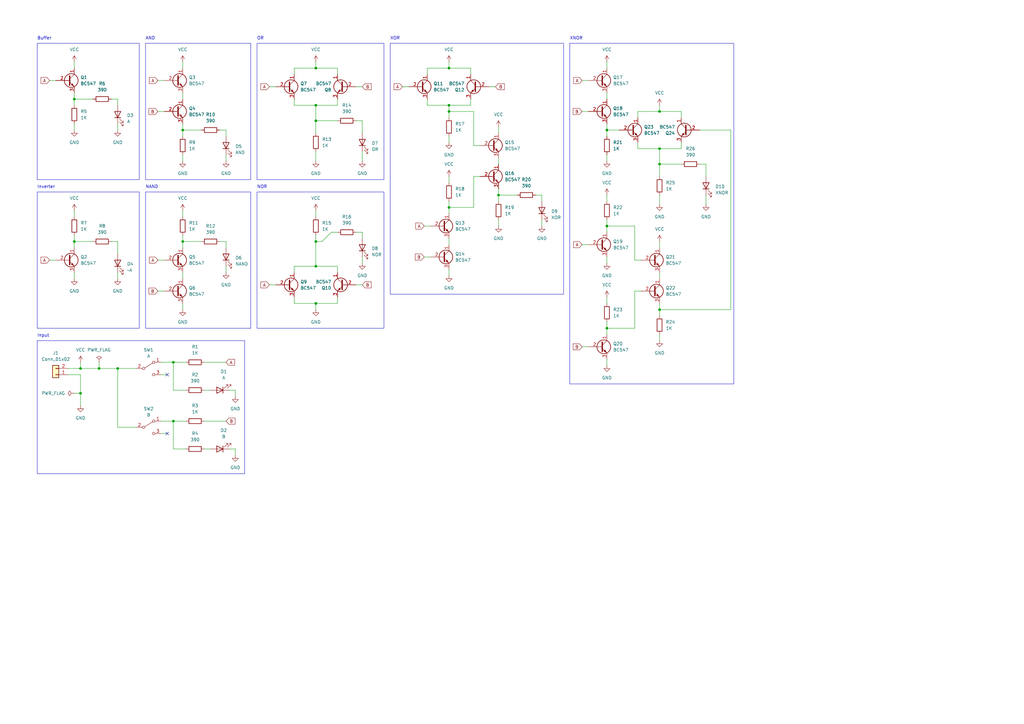
<source format=kicad_sch>
(kicad_sch (version 20230121) (generator eeschema)
  (paper "A3")
  (title_block (title "NPN Gates") (date "2023-10-30") (rev "1") (company "XS-Labs"))
  (lib_symbols
    (symbol "Connector_Generic:Conn_01x02" (pin_names (offset 1.016) hide)
      (property "Reference" "J" (at 0 2.54 0))
      (property "Value" "Conn_01x02" (at 0 -5.08 0))
      (symbol "Conn_01x02_1_1"
        (rectangle (start -1.27 -2.413) (end 0 -2.667) (stroke (width 0.1524)))
        (rectangle (start -1.27 0.127) (end 0 -0.127) (stroke (width 0.1524)))
        (rectangle (start -1.27 1.27) (end 1.27 -3.81) (stroke (width 0.254)) (fill (type background)))
        (pin passive line (at -5.08 0 0) (length 3.81) (name "Pin_1") (number "1"))
        (pin passive line (at -5.08 -2.54 0) (length 3.81) (name "Pin_2") (number "2"))
      )
    )
    (symbol "Device:LED" (pin_numbers hide) (pin_names (offset 1.016) hide)
      (property "Reference" "D" (at 0 2.54 0))
      (property "Value" "LED" (at 0 -2.54 0))
      (symbol "LED_0_1"
        (polyline (pts (xy -1.27 -1.27) (xy -1.27 1.27)) (stroke (width 0.254)))
        (polyline (pts (xy -1.27 0) (xy 1.27 0)))
        (polyline (pts (xy 1.27 -1.27) (xy 1.27 1.27) (xy -1.27 0) (xy 1.27 -1.27)) (stroke (width 0.254)))
        (polyline (pts (xy -3.048 -0.762) (xy -4.572 -2.286) (xy -3.81 -2.286) (xy -4.572 -2.286) (xy -4.572 -1.524)))
        (polyline (pts (xy -1.778 -0.762) (xy -3.302 -2.286) (xy -2.54 -2.286) (xy -3.302 -2.286) (xy -3.302 -1.524)))
      )
      (symbol "LED_1_1"
        (pin passive line (at -3.81 0 0) (length 2.54) (name "K") (number "1"))
        (pin passive line (at 3.81 0 180) (length 2.54) (name "A") (number "2"))
      )
    )
    (symbol "Device:R" (pin_numbers hide) (pin_names (offset 0))
      (property "Reference" "R" (at 2.032 0 90))
      (property "Value" "R" (at 0 0 90))
      (symbol "R_0_1"
        (rectangle (start -1.016 -2.54) (end 1.016 2.54) (stroke (width 0.254)))
      )
      (symbol "R_1_1"
        (pin passive line (at 0 3.81 270) (length 1.27) (name "~") (number "1"))
        (pin passive line (at 0 -3.81 90) (length 1.27) (name "~") (number "2"))
      )
    )
    (symbol "Switch:SW_SPDT" (pin_names (offset 0) hide)
      (property "Reference" "SW" (at 0 4.318 0))
      (property "Value" "SW_SPDT" (at 0 -5.08 0))
      (symbol "SW_SPDT_0_0"
        (circle (center -2.032 0) (radius 0.508))
        (circle (center 2.032 -2.54) (radius 0.508))
      )
      (symbol "SW_SPDT_0_1"
        (polyline (pts (xy -1.524 0.254) (xy 1.651 2.286)))
        (circle (center 2.032 2.54) (radius 0.508))
      )
      (symbol "SW_SPDT_1_1"
        (pin passive line (at 5.08 2.54 180) (length 2.54) (name "A") (number "1"))
        (pin passive line (at -5.08 0 0) (length 2.54) (name "B") (number "2"))
        (pin passive line (at 5.08 -2.54 180) (length 2.54) (name "C") (number "3"))
      )
    )
    (symbol "Transistor_BJT:BC547" (pin_names (offset 0) hide)
      (property "Reference" "Q" (at 5.08 1.905 0))
      (property "Value" "BC547" (at 5.08 0 0))
      (symbol "BC547_0_1"
        (polyline (pts (xy 0 0) (xy 0.635 0)))
        (polyline (pts (xy 0.635 0.635) (xy 2.54 2.54)))
        (polyline (pts (xy 0.635 -0.635) (xy 2.54 -2.54) (xy 2.54 -2.54)))
        (polyline (pts (xy 0.635 1.905) (xy 0.635 -1.905) (xy 0.635 -1.905)) (stroke (width 0.508)))
        (polyline (pts (xy 1.27 -1.778) (xy 1.778 -1.27) (xy 2.286 -2.286) (xy 1.27 -1.778) (xy 1.27 -1.778)) (fill (type outline)))
        (circle (center 1.27 0) (radius 2.8194) (stroke (width 0.254)))
      )
      (symbol "BC547_1_1"
        (pin passive line (at 2.54 5.08 270) (length 2.54) (name "C") (number "1"))
        (pin input line (at -5.08 0 0) (length 5.08) (name "B") (number "2"))
        (pin passive line (at 2.54 -5.08 90) (length 2.54) (name "E") (number "3"))
      )
    )
    (symbol "power:GND" (power) (pin_names (offset 0))
      (property "Value" "GND" (at 0 -3.81 0))
      (symbol "GND_0_1"
        (polyline (pts (xy 0 0) (xy 0 -1.27) (xy 1.27 -1.27) (xy 0 -2.54) (xy -1.27 -1.27) (xy 0 -1.27)))
      )
      (symbol "GND_1_1"
        (pin power_in line (at 0 0 270) (length 0) hide (name "GND") (number "1"))
      )
    )
    (symbol "power:PWR_FLAG" (power) (pin_numbers hide) (pin_names (offset 0) hide)
      (property "Value" "PWR_FLAG" (at 0 3.81 0))
      (symbol "PWR_FLAG_0_0"
        (pin power_out line (at 0 0 90) (length 0) (name "pwr") (number "1"))
      )
      (symbol "PWR_FLAG_0_1"
        (polyline (pts (xy 0 0) (xy 0 1.27) (xy -1.016 1.905) (xy 0 2.54) (xy 1.016 1.905) (xy 0 1.27)))
      )
    )
    (symbol "power:VCC" (power) (pin_names (offset 0))
      (property "Value" "VCC" (at 0 3.81 0))
      (symbol "VCC_0_1"
        (polyline (pts (xy -0.762 1.27) (xy 0 2.54)))
        (polyline (pts (xy 0 0) (xy 0 2.54)))
        (polyline (pts (xy 0 2.54) (xy 0.762 1.27)))
      )
      (symbol "VCC_1_1"
        (pin power_in line (at 0 0 90) (length 0) hide (name "VCC") (number "1"))
      )
    )
  )
  (junction (at 129.54 99.06))
  (junction (at 270.51 127))
  (junction (at 184.15 45.72))
  (junction (at 129.54 43.18))
  (junction (at 204.47 80.01))
  (junction (at 71.12 148.59))
  (junction (at 129.54 49.53))
  (junction (at 270.51 45.72))
  (junction (at 129.54 27.94))
  (junction (at 248.92 92.71))
  (junction (at 74.93 99.06))
  (junction (at 48.26 151.13))
  (junction (at 30.48 99.06))
  (junction (at 184.15 27.94))
  (junction (at 129.54 124.46))
  (junction (at 248.92 53.34))
  (junction (at 30.48 40.64))
  (junction (at 270.51 67.31))
  (junction (at 71.12 172.72))
  (junction (at 248.92 134.62))
  (junction (at 129.54 109.22))
  (junction (at 184.15 85.09))
  (junction (at 33.02 151.13))
  (junction (at 184.15 43.18))
  (junction (at 74.93 53.34))
  (junction (at 33.02 161.29))
  (junction (at 270.51 60.96))
  (junction (at 40.64 151.13))
  (no_connect (at 68.58 177.8))
  (no_connect (at 68.58 153.67))
  (wire (pts (xy 48.26 151.13) (xy 48.26 175.26)))
  (wire (pts (xy 289.56 80.01) (xy 289.56 83.82)))
  (wire (pts (xy 20.32 33.02) (xy 22.86 33.02)))
  (wire (pts (xy 219.71 80.01) (xy 222.25 80.01)))
  (wire (pts (xy 248.92 134.62) (xy 248.92 137.16)))
  (wire (pts (xy 175.26 27.94) (xy 184.15 27.94)))
  (wire (pts (xy 270.51 60.96) (xy 270.51 67.31)))
  (wire (pts (xy 27.94 153.67) (xy 33.02 153.67)))
  (wire (pts (xy 120.65 27.94) (xy 120.65 30.48)))
  (wire (pts (xy 248.92 63.5) (xy 248.92 66.04)))
  (wire (pts (xy 261.62 60.96) (xy 270.51 60.96)))
  (wire (pts (xy 270.51 60.96) (xy 279.4 60.96)))
  (wire (pts (xy 45.72 40.64) (xy 48.26 40.64)))
  (wire (pts (xy 184.15 27.94) (xy 193.04 27.94)))
  (wire (pts (xy 184.15 43.18) (xy 184.15 45.72)))
  (wire (pts (xy 148.59 105.41) (xy 148.59 107.95)))
  (wire (pts (xy 48.26 151.13) (xy 55.88 151.13)))
  (wire (pts (xy 110.49 35.56) (xy 113.03 35.56)))
  (wire (pts (xy 30.48 25.4) (xy 30.48 27.94)))
  (wire (pts (xy 287.02 53.34) (xy 299.72 53.34)))
  (wire (pts (xy 71.12 172.72) (xy 76.2 172.72)))
  (wire (pts (xy 74.93 86.36) (xy 74.93 88.9)))
  (wire (pts (xy 74.93 25.4) (xy 74.93 27.94)))
  (wire (pts (xy 30.48 99.06) (xy 38.1 99.06)))
  (wire (pts (xy 248.92 25.4) (xy 248.92 27.94)))
  (wire (pts (xy 93.98 160.02) (xy 96.52 160.02)))
  (wire (pts (xy 204.47 77.47) (xy 204.47 80.01)))
  (wire (pts (xy 30.48 99.06) (xy 30.48 101.6)))
  (wire (pts (xy 33.02 151.13) (xy 40.64 151.13)))
  (wire (pts (xy 248.92 105.41) (xy 248.92 107.95)))
  (wire (pts (xy 120.65 109.22) (xy 129.54 109.22)))
  (wire (pts (xy 204.47 64.77) (xy 204.47 67.31)))
  (wire (pts (xy 270.51 67.31) (xy 279.4 67.31)))
  (wire (pts (xy 74.93 111.76) (xy 74.93 114.3)))
  (wire (pts (xy 194.31 45.72) (xy 194.31 59.69)))
  (wire (pts (xy 173.99 105.41) (xy 176.53 105.41)))
  (wire (pts (xy 270.51 111.76) (xy 270.51 114.3)))
  (wire (pts (xy 204.47 90.17) (xy 204.47 92.71)))
  (wire (pts (xy 71.12 148.59) (xy 76.2 148.59)))
  (wire (pts (xy 260.35 119.38) (xy 260.35 134.62)))
  (wire (pts (xy 270.51 99.06) (xy 270.51 101.6)))
  (wire (pts (xy 66.04 153.67) (xy 68.58 153.67)))
  (wire (pts (xy 129.54 25.4) (xy 129.54 27.94)))
  (wire (pts (xy 48.26 175.26) (xy 55.88 175.26)))
  (wire (pts (xy 175.26 27.94) (xy 175.26 30.48)))
  (wire (pts (xy 120.65 124.46) (xy 129.54 124.46)))
  (wire (pts (xy 120.65 121.92) (xy 120.65 124.46)))
  (wire (pts (xy 248.92 92.71) (xy 248.92 95.25)))
  (wire (pts (xy 71.12 184.15) (xy 76.2 184.15)))
  (wire (pts (xy 120.65 40.64) (xy 120.65 43.18)))
  (wire (pts (xy 222.25 80.01) (xy 222.25 82.55)))
  (wire (pts (xy 129.54 124.46) (xy 129.54 127)))
  (wire (pts (xy 279.4 58.42) (xy 279.4 60.96)))
  (wire (pts (xy 30.48 96.52) (xy 30.48 99.06)))
  (wire (pts (xy 184.15 25.4) (xy 184.15 27.94)))
  (wire (pts (xy 129.54 99.06) (xy 132.08 99.06)))
  (wire (pts (xy 148.59 49.53) (xy 148.59 54.61)))
  (wire (pts (xy 270.51 45.72) (xy 279.4 45.72)))
  (wire (pts (xy 74.93 53.34) (xy 74.93 55.88)))
  (wire (pts (xy 27.94 151.13) (xy 33.02 151.13)))
  (wire (pts (xy 45.72 99.06) (xy 48.26 99.06)))
  (wire (pts (xy 40.64 151.13) (xy 48.26 151.13)))
  (wire (pts (xy 248.92 80.01) (xy 248.92 82.55)))
  (wire (pts (xy 270.51 124.46) (xy 270.51 127)))
  (wire (pts (xy 222.25 90.17) (xy 222.25 92.71)))
  (wire (pts (xy 261.62 45.72) (xy 261.62 48.26)))
  (wire (pts (xy 184.15 45.72) (xy 184.15 48.26)))
  (wire (pts (xy 184.15 82.55) (xy 184.15 85.09)))
  (wire (pts (xy 184.15 110.49) (xy 184.15 113.03)))
  (wire (pts (xy 74.93 38.1) (xy 74.93 40.64)))
  (wire (pts (xy 204.47 80.01) (xy 212.09 80.01)))
  (wire (pts (xy 120.65 109.22) (xy 120.65 111.76)))
  (wire (pts (xy 33.02 161.29) (xy 33.02 166.37)))
  (wire (pts (xy 287.02 67.31) (xy 289.56 67.31)))
  (wire (pts (xy 30.48 86.36) (xy 30.48 88.9)))
  (wire (pts (xy 74.93 63.5) (xy 74.93 66.04)))
  (wire (pts (xy 248.92 134.62) (xy 260.35 134.62)))
  (wire (pts (xy 40.64 148.59) (xy 40.64 151.13)))
  (wire (pts (xy 110.49 116.84) (xy 113.03 116.84)))
  (wire (pts (xy 248.92 121.92) (xy 248.92 124.46)))
  (wire (pts (xy 173.99 92.71) (xy 176.53 92.71)))
  (wire (pts (xy 92.71 63.5) (xy 92.71 66.04)))
  (wire (pts (xy 184.15 72.39) (xy 184.15 74.93)))
  (wire (pts (xy 92.71 53.34) (xy 92.71 55.88)))
  (wire (pts (xy 261.62 58.42) (xy 261.62 60.96)))
  (wire (pts (xy 64.77 119.38) (xy 67.31 119.38)))
  (wire (pts (xy 64.77 45.72) (xy 67.31 45.72)))
  (wire (pts (xy 129.54 27.94) (xy 138.43 27.94)))
  (wire (pts (xy 200.66 35.56) (xy 203.2 35.56)))
  (wire (pts (xy 64.77 106.68) (xy 67.31 106.68)))
  (wire (pts (xy 146.05 95.25) (xy 148.59 95.25)))
  (wire (pts (xy 129.54 43.18) (xy 138.43 43.18)))
  (wire (pts (xy 261.62 45.72) (xy 270.51 45.72)))
  (wire (pts (xy 184.15 85.09) (xy 194.31 85.09)))
  (wire (pts (xy 248.92 90.17) (xy 248.92 92.71)))
  (wire (pts (xy 270.51 43.18) (xy 270.51 45.72)))
  (wire (pts (xy 83.82 184.15) (xy 86.36 184.15)))
  (wire (pts (xy 146.05 35.56) (xy 148.59 35.56)))
  (wire (pts (xy 138.43 109.22) (xy 138.43 111.76)))
  (wire (pts (xy 74.93 99.06) (xy 74.93 101.6)))
  (wire (pts (xy 204.47 80.01) (xy 204.47 82.55)))
  (wire (pts (xy 248.92 50.8) (xy 248.92 53.34)))
  (wire (pts (xy 238.76 45.72) (xy 241.3 45.72)))
  (wire (pts (xy 194.31 72.39) (xy 194.31 85.09)))
  (wire (pts (xy 90.17 99.06) (xy 92.71 99.06)))
  (wire (pts (xy 30.48 50.8) (xy 30.48 53.34)))
  (wire (pts (xy 146.05 116.84) (xy 148.59 116.84)))
  (wire (pts (xy 175.26 40.64) (xy 175.26 43.18)))
  (wire (pts (xy 20.32 106.68) (xy 22.86 106.68)))
  (wire (pts (xy 138.43 27.94) (xy 138.43 30.48)))
  (wire (pts (xy 184.15 85.09) (xy 184.15 87.63)))
  (wire (pts (xy 83.82 148.59) (xy 92.71 148.59)))
  (wire (pts (xy 30.48 111.76) (xy 30.48 114.3)))
  (wire (pts (xy 30.48 40.64) (xy 30.48 43.18)))
  (wire (pts (xy 92.71 99.06) (xy 92.71 101.6)))
  (wire (pts (xy 248.92 53.34) (xy 248.92 55.88)))
  (wire (pts (xy 33.02 153.67) (xy 33.02 161.29)))
  (wire (pts (xy 248.92 53.34) (xy 254 53.34)))
  (wire (pts (xy 184.15 97.79) (xy 184.15 100.33)))
  (wire (pts (xy 129.54 109.22) (xy 138.43 109.22)))
  (wire (pts (xy 289.56 67.31) (xy 289.56 72.39)))
  (wire (pts (xy 48.26 99.06) (xy 48.26 104.14)))
  (wire (pts (xy 129.54 99.06) (xy 129.54 109.22)))
  (wire (pts (xy 120.65 27.94) (xy 129.54 27.94)))
  (wire (pts (xy 138.43 40.64) (xy 138.43 43.18)))
  (wire (pts (xy 193.04 40.64) (xy 193.04 43.18)))
  (wire (pts (xy 33.02 148.59) (xy 33.02 151.13)))
  (wire (pts (xy 74.93 50.8) (xy 74.93 53.34)))
  (wire (pts (xy 129.54 96.52) (xy 129.54 99.06)))
  (wire (pts (xy 260.35 92.71) (xy 260.35 106.68)))
  (wire (pts (xy 299.72 53.34) (xy 299.72 127)))
  (wire (pts (xy 270.51 137.16) (xy 270.51 139.7)))
  (wire (pts (xy 135.89 95.25) (xy 138.43 95.25)))
  (wire (pts (xy 129.54 124.46) (xy 138.43 124.46)))
  (wire (pts (xy 194.31 72.39) (xy 196.85 72.39)))
  (wire (pts (xy 83.82 172.72) (xy 92.71 172.72)))
  (wire (pts (xy 194.31 59.69) (xy 196.85 59.69)))
  (wire (pts (xy 260.35 119.38) (xy 262.89 119.38)))
  (wire (pts (xy 248.92 38.1) (xy 248.92 40.64)))
  (wire (pts (xy 193.04 27.94) (xy 193.04 30.48)))
  (wire (pts (xy 120.65 43.18) (xy 129.54 43.18)))
  (wire (pts (xy 184.15 43.18) (xy 193.04 43.18)))
  (wire (pts (xy 92.71 109.22) (xy 92.71 111.76)))
  (wire (pts (xy 129.54 49.53) (xy 129.54 54.61)))
  (wire (pts (xy 129.54 49.53) (xy 138.43 49.53)))
  (wire (pts (xy 66.04 172.72) (xy 71.12 172.72)))
  (wire (pts (xy 270.51 127) (xy 270.51 129.54)))
  (wire (pts (xy 30.48 40.64) (xy 38.1 40.64)))
  (wire (pts (xy 71.12 160.02) (xy 76.2 160.02)))
  (wire (pts (xy 175.26 43.18) (xy 184.15 43.18)))
  (wire (pts (xy 74.93 124.46) (xy 74.93 127)))
  (wire (pts (xy 129.54 62.23) (xy 129.54 66.04)))
  (wire (pts (xy 148.59 95.25) (xy 148.59 97.79)))
  (wire (pts (xy 248.92 132.08) (xy 248.92 134.62)))
  (wire (pts (xy 30.48 38.1) (xy 30.48 40.64)))
  (wire (pts (xy 48.26 111.76) (xy 48.26 114.3)))
  (wire (pts (xy 129.54 43.18) (xy 129.54 49.53)))
  (wire (pts (xy 238.76 100.33) (xy 241.3 100.33)))
  (wire (pts (xy 129.54 86.36) (xy 129.54 88.9)))
  (wire (pts (xy 270.51 80.01) (xy 270.51 83.82)))
  (wire (pts (xy 165.1 35.56) (xy 167.64 35.56)))
  (wire (pts (xy 93.98 184.15) (xy 96.52 184.15)))
  (wire (pts (xy 30.48 161.29) (xy 33.02 161.29)))
  (wire (pts (xy 66.04 148.59) (xy 71.12 148.59)))
  (wire (pts (xy 96.52 160.02) (xy 96.52 162.56)))
  (wire (pts (xy 135.89 95.25) (xy 132.08 99.06)))
  (wire (pts (xy 71.12 148.59) (xy 71.12 160.02)))
  (wire (pts (xy 83.82 160.02) (xy 86.36 160.02)))
  (wire (pts (xy 248.92 92.71) (xy 260.35 92.71)))
  (wire (pts (xy 279.4 45.72) (xy 279.4 48.26)))
  (wire (pts (xy 74.93 53.34) (xy 82.55 53.34)))
  (wire (pts (xy 204.47 52.07) (xy 204.47 54.61)))
  (wire (pts (xy 48.26 40.64) (xy 48.26 43.18)))
  (wire (pts (xy 248.92 147.32) (xy 248.92 149.86)))
  (wire (pts (xy 96.52 184.15) (xy 96.52 186.69)))
  (wire (pts (xy 238.76 142.24) (xy 241.3 142.24)))
  (wire (pts (xy 270.51 127) (xy 299.72 127)))
  (wire (pts (xy 184.15 45.72) (xy 194.31 45.72)))
  (wire (pts (xy 260.35 106.68) (xy 262.89 106.68)))
  (wire (pts (xy 238.76 33.02) (xy 241.3 33.02)))
  (wire (pts (xy 74.93 96.52) (xy 74.93 99.06)))
  (wire (pts (xy 66.04 177.8) (xy 68.58 177.8)))
  (wire (pts (xy 146.05 49.53) (xy 148.59 49.53)))
  (wire (pts (xy 64.77 33.02) (xy 67.31 33.02)))
  (wire (pts (xy 138.43 121.92) (xy 138.43 124.46)))
  (wire (pts (xy 74.93 99.06) (xy 82.55 99.06)))
  (wire (pts (xy 184.15 55.88) (xy 184.15 58.42)))
  (wire (pts (xy 90.17 53.34) (xy 92.71 53.34)))
  (wire (pts (xy 148.59 62.23) (xy 148.59 66.04)))
  (wire (pts (xy 270.51 67.31) (xy 270.51 72.39)))
  (wire (pts (xy 71.12 172.72) (xy 71.12 184.15)))
  (wire (pts (xy 48.26 50.8) (xy 48.26 53.34)))
  (rectangle (start 105.41 78.74) (end 157.48 134.62))
  (rectangle (start 105.41 17.78) (end 157.48 73.66))
  (rectangle (start 233.68 17.78) (end 300.99 157.48))
  (rectangle (start 15.24 78.74) (end 57.15 134.62))
  (rectangle (start 15.24 139.7) (end 100.33 194.31))
  (rectangle (start 160.02 17.78) (end 231.14 120.65))
  (rectangle (start 15.24 17.78) (end 57.15 73.66))
  (rectangle (start 59.69 17.78) (end 102.87 73.66))
  (rectangle (start 59.69 78.74) (end 102.87 134.62))
  (text "XNOR" (at 233.68 16.51 0) (effects (font (size 1.27 1.27)) (justify left bottom)))
  (text "Buffer" (at 15.24 16.51 0) (effects (font (size 1.27 1.27)) (justify left bottom)))
  (text "OR" (at 105.41 16.51 0) (effects (font (size 1.27 1.27)) (justify left bottom)))
  (text "XOR" (at 160.02 16.51 0) (effects (font (size 1.27 1.27)) (justify left bottom)))
  (text "NAND" (at 59.69 77.47 0) (effects (font (size 1.27 1.27)) (justify left bottom)))
  (text "Inverter" (at 15.24 77.47 0) (effects (font (size 1.27 1.27)) (justify left bottom)))
  (text "AND" (at 59.69 16.51 0) (effects (font (size 1.27 1.27)) (justify left bottom)))
  (text "NOR" (at 105.41 77.47 0) (effects (font (size 1.27 1.27)) (justify left bottom)))
  (text "Input" (at 15.24 138.43 0) (effects (font (size 1.27 1.27)) (justify left bottom)))
  (global_label "B" (shape input) (at 92.71 172.72 0) (property "Intersheetrefs" "${INTERSHEET_REFS}" (effects hide)))
  (global_label "B" (shape input) (at 64.77 45.72 180) (property "Intersheetrefs" "${INTERSHEET_REFS}" (effects hide)))
  (global_label "A" (shape input) (at 92.71 148.59 0) (property "Intersheetrefs" "${INTERSHEET_REFS}" (effects hide)))
  (global_label "A" (shape input) (at 238.76 33.02 180) (property "Intersheetrefs" "${INTERSHEET_REFS}" (effects hide)))
  (global_label "B" (shape input) (at 64.77 119.38 180) (property "Intersheetrefs" "${INTERSHEET_REFS}" (effects hide)))
  (global_label "A" (shape input) (at 20.32 33.02 180) (property "Intersheetrefs" "${INTERSHEET_REFS}" (effects hide)))
  (global_label "B" (shape input) (at 238.76 142.24 180) (property "Intersheetrefs" "${INTERSHEET_REFS}" (effects hide)))
  (global_label "A" (shape input) (at 110.49 116.84 180) (property "Intersheetrefs" "${INTERSHEET_REFS}" (effects hide)))
  (global_label "B" (shape input) (at 238.76 45.72 180) (property "Intersheetrefs" "${INTERSHEET_REFS}" (effects hide)))
  (global_label "B" (shape input) (at 173.99 105.41 180) (property "Intersheetrefs" "${INTERSHEET_REFS}" (effects hide)))
  (global_label "B" (shape input) (at 148.59 35.56 0) (property "Intersheetrefs" "${INTERSHEET_REFS}" (effects hide)))
  (global_label "A" (shape input) (at 173.99 92.71 180) (property "Intersheetrefs" "${INTERSHEET_REFS}" (effects hide)))
  (global_label "B" (shape input) (at 148.59 116.84 0) (property "Intersheetrefs" "${INTERSHEET_REFS}" (effects hide)))
  (global_label "A" (shape input) (at 20.32 106.68 180) (property "Intersheetrefs" "${INTERSHEET_REFS}" (effects hide)))
  (global_label "A" (shape input) (at 110.49 35.56 180) (property "Intersheetrefs" "${INTERSHEET_REFS}" (effects hide)))
  (global_label "A" (shape input) (at 165.1 35.56 180) (property "Intersheetrefs" "${INTERSHEET_REFS}" (effects hide)))
  (global_label "B" (shape input) (at 203.2 35.56 0) (property "Intersheetrefs" "${INTERSHEET_REFS}" (effects hide)))
  (global_label "A" (shape input) (at 238.76 100.33 180) (property "Intersheetrefs" "${INTERSHEET_REFS}" (effects hide)))
  (global_label "A" (shape input) (at 64.77 33.02 180) (property "Intersheetrefs" "${INTERSHEET_REFS}" (effects hide)))
  (global_label "A" (shape input) (at 64.77 106.68 180) (property "Intersheetrefs" "${INTERSHEET_REFS}" (effects hide)))
  (symbol (lib_id "power:VCC") (at 270.51 99.06 0) (unit 1)
    (property "Reference" "#PWR036" (effects hide))
    (property "Value" "VCC" (at 270.51 93.98 0))
  )
  (symbol (lib_id "Device:R") (at 41.91 99.06 270) (unit 1)
    (property "Reference" "R8" (at 41.91 92.71 90))
    (property "Value" "390" (at 41.91 95.25 90))
    (property "Footprint" "XS:Resistor-Vishay-CCF07" (effects hide))
  )
  (symbol (lib_id "power:GND") (at 74.93 127 0) (unit 1)
    (property "Reference" "#PWR015" (effects hide))
    (property "Value" "GND" (at 74.93 132.08 0))
  )
  (symbol (lib_id "Transistor_BJT:BC547") (at 246.38 100.33 0) (unit 1)
    (property "Reference" "Q19" (at 251.46 99.06 0) (effects (justify left)))
    (property "Value" "BC547" (at 251.46 101.6 0) (effects (justify left)))
    (property "Footprint" "XS:Transistor-NPN-TO-92-Line-Spacing-Lead-Form" (effects hide))
    (property "Datasheet" "https://www.onsemi.com/pub/Collateral/BC550-D.pdf" (effects hide))
  )
  (symbol (lib_id "power:VCC") (at 184.15 25.4 0) (unit 1)
    (property "Reference" "#PWR023" (effects hide))
    (property "Value" "VCC" (at 184.15 20.32 0))
  )
  (symbol (lib_id "Device:R") (at 204.47 86.36 0) (unit 1)
    (property "Reference" "R19" (at 207.01 85.09 0) (effects (justify left)))
    (property "Value" "1K" (at 207.01 87.63 0) (effects (justify left)))
    (property "Footprint" "XS:Resistor-Vishay-CCF07" (effects hide))
  )
  (symbol (lib_id "power:VCC") (at 270.51 43.18 0) (unit 1)
    (property "Reference" "#PWR038" (effects hide))
    (property "Value" "VCC" (at 270.51 38.1 0))
  )
  (symbol (lib_id "Device:R") (at 215.9 80.01 270) (unit 1)
    (property "Reference" "R20" (at 215.9 73.66 90))
    (property "Value" "390" (at 215.9 76.2 90))
    (property "Footprint" "XS:Resistor-Vishay-CCF07" (effects hide))
  )
  (symbol (lib_id "Transistor_BJT:BC547") (at 181.61 105.41 0) (unit 1)
    (property "Reference" "Q14" (at 186.69 104.14 0) (effects (justify left)))
    (property "Value" "BC547" (at 186.69 106.68 0) (effects (justify left)))
    (property "Footprint" "XS:Transistor-NPN-TO-92-Line-Spacing-Lead-Form" (effects hide))
    (property "Datasheet" "https://www.onsemi.com/pub/Collateral/BC550-D.pdf" (effects hide))
  )
  (symbol (lib_id "Transistor_BJT:BC547") (at 246.38 142.24 0) (unit 1)
    (property "Reference" "Q20" (at 251.46 140.97 0) (effects (justify left)))
    (property "Value" "BC547" (at 251.46 143.51 0) (effects (justify left)))
    (property "Footprint" "XS:Transistor-NPN-TO-92-Line-Spacing-Lead-Form" (effects hide))
    (property "Datasheet" "https://www.onsemi.com/pub/Collateral/BC550-D.pdf" (effects hide))
  )
  (symbol (lib_id "Device:LED") (at 48.26 107.95 90) (unit 1)
    (property "Reference" "D4" (at 52.07 108.2675 90) (effects (justify right)))
    (property "Value" "~A" (at 52.07 110.8075 90) (effects (justify right)))
    (property "Footprint" "XS:LED-T1-34-5mm" (effects hide))
  )
  (symbol (lib_id "Transistor_BJT:BC547") (at 267.97 119.38 0) (unit 1)
    (property "Reference" "Q22" (at 273.05 118.11 0) (effects (justify left)))
    (property "Value" "BC547" (at 273.05 120.65 0) (effects (justify left)))
    (property "Footprint" "XS:Transistor-NPN-TO-92-Line-Spacing-Lead-Form" (effects hide))
    (property "Datasheet" "https://www.onsemi.com/pub/Collateral/BC550-D.pdf" (effects hide))
  )
  (symbol (lib_id "Device:LED") (at 92.71 59.69 90) (unit 1)
    (property "Reference" "D5" (at 96.52 60.0075 90) (effects (justify right)))
    (property "Value" "AND" (at 96.52 62.5475 90) (effects (justify right)))
    (property "Footprint" "XS:LED-T1-34-5mm" (effects hide))
  )
  (symbol (lib_id "power:VCC") (at 30.48 86.36 0) (unit 1)
    (property "Reference" "#PWR08" (effects hide))
    (property "Value" "VCC" (at 30.48 81.28 0))
  )
  (symbol (lib_id "power:GND") (at 270.51 83.82 0) (unit 1)
    (property "Reference" "#PWR039" (effects hide))
    (property "Value" "GND" (at 270.51 88.9 0))
  )
  (symbol (lib_id "power:VCC") (at 33.02 148.59 0) (unit 1)
    (property "Reference" "#PWR02" (effects hide))
    (property "Value" "VCC" (at 33.02 143.51 0))
  )
  (symbol (lib_id "Transistor_BJT:BC547") (at 172.72 35.56 0) (unit 1)
    (property "Reference" "Q11" (at 177.8 34.29 0) (effects (justify left)))
    (property "Value" "BC547" (at 177.8 36.83 0) (effects (justify left)))
    (property "Footprint" "XS:Transistor-NPN-TO-92-Line-Spacing-Lead-Form" (effects hide))
    (property "Datasheet" "https://www.onsemi.com/pub/Collateral/BC550-D.pdf" (effects hide))
  )
  (symbol (lib_id "Device:R") (at 184.15 52.07 0) (unit 1)
    (property "Reference" "R17" (at 186.69 50.8 0) (effects (justify left)))
    (property "Value" "1K" (at 186.69 53.34 0) (effects (justify left)))
    (property "Footprint" "XS:Resistor-Vishay-CCF07" (effects hide))
  )
  (symbol (lib_id "Transistor_BJT:BC547") (at 140.97 35.56 0) (mirror y) (unit 1)
    (property "Reference" "Q8" (at 135.89 36.83 0) (effects (justify left)))
    (property "Value" "BC547" (at 135.89 34.29 0) (effects (justify left)))
    (property "Footprint" "XS:Transistor-NPN-TO-92-Line-Spacing-Lead-Form" (effects hide))
    (property "Datasheet" "https://www.onsemi.com/pub/Collateral/BC550-D.pdf" (effects hide))
  )
  (symbol (lib_id "Device:R") (at 270.51 76.2 0) (unit 1)
    (property "Reference" "R25" (at 273.05 74.93 0) (effects (justify left)))
    (property "Value" "1K" (at 273.05 77.47 0) (effects (justify left)))
    (property "Footprint" "XS:Resistor-Vishay-CCF07" (effects hide))
  )
  (symbol (lib_id "Transistor_BJT:BC547") (at 27.94 106.68 0) (unit 1)
    (property "Reference" "Q2" (at 33.02 105.41 0) (effects (justify left)))
    (property "Value" "BC547" (at 33.02 107.95 0) (effects (justify left)))
    (property "Footprint" "XS:Transistor-NPN-TO-92-Line-Spacing-Lead-Form" (effects hide))
    (property "Datasheet" "https://www.onsemi.com/pub/Collateral/BC550-D.pdf" (effects hide))
  )
  (symbol (lib_id "Device:R") (at 86.36 99.06 270) (unit 1)
    (property "Reference" "R12" (at 86.36 92.71 90))
    (property "Value" "390" (at 86.36 95.25 90))
    (property "Footprint" "XS:Resistor-Vishay-CCF07" (effects hide))
  )
  (symbol (lib_id "Device:R") (at 80.01 148.59 90) (unit 1)
    (property "Reference" "R1" (at 80.01 142.24 90))
    (property "Value" "1K" (at 80.01 144.78 90))
    (property "Footprint" "XS:Resistor-Vishay-CCF07" (effects hide))
  )
  (symbol (lib_id "power:GND") (at 270.51 139.7 0) (unit 1)
    (property "Reference" "#PWR037" (effects hide))
    (property "Value" "GND" (at 270.51 144.78 0))
  )
  (symbol (lib_id "Transistor_BJT:BC547") (at 267.97 106.68 0) (unit 1)
    (property "Reference" "Q21" (at 273.05 105.41 0) (effects (justify left)))
    (property "Value" "BC547" (at 273.05 107.95 0) (effects (justify left)))
    (property "Footprint" "XS:Transistor-NPN-TO-92-Line-Spacing-Lead-Form" (effects hide))
    (property "Datasheet" "https://www.onsemi.com/pub/Collateral/BC550-D.pdf" (effects hide))
  )
  (symbol (lib_id "power:GND") (at 33.02 166.37 0) (unit 1)
    (property "Reference" "#PWR01" (effects hide))
    (property "Value" "GND" (at 33.02 171.45 0))
  )
  (symbol (lib_id "Device:R") (at 248.92 59.69 0) (unit 1)
    (property "Reference" "R21" (at 251.46 58.42 0) (effects (justify left)))
    (property "Value" "1K" (at 251.46 60.96 0) (effects (justify left)))
    (property "Footprint" "XS:Resistor-Vishay-CCF07" (effects hide))
  )
  (symbol (lib_id "power:GND") (at 204.47 92.71 0) (unit 1)
    (property "Reference" "#PWR028" (effects hide))
    (property "Value" "GND" (at 204.47 97.79 0))
  )
  (symbol (lib_id "power:GND") (at 129.54 127 0) (unit 1)
    (property "Reference" "#PWR021" (effects hide))
    (property "Value" "GND" (at 129.54 132.08 0))
  )
  (symbol (lib_id "Transistor_BJT:BC547") (at 201.93 72.39 0) (unit 1)
    (property "Reference" "Q16" (at 207.01 71.12 0) (effects (justify left)))
    (property "Value" "BC547" (at 207.01 73.66 0) (effects (justify left)))
    (property "Footprint" "XS:Transistor-NPN-TO-92-Line-Spacing-Lead-Form" (effects hide))
    (property "Datasheet" "https://www.onsemi.com/pub/Collateral/BC550-D.pdf" (effects hide))
  )
  (symbol (lib_id "Device:LED") (at 148.59 58.42 90) (unit 1)
    (property "Reference" "D7" (at 152.4 58.7375 90) (effects (justify right)))
    (property "Value" "OR" (at 152.4 61.2775 90) (effects (justify right)))
    (property "Footprint" "XS:LED-T1-34-5mm" (effects hide))
  )
  (symbol (lib_id "Device:R") (at 41.91 40.64 270) (unit 1)
    (property "Reference" "R6" (at 41.91 34.29 90))
    (property "Value" "390" (at 41.91 36.83 90))
    (property "Footprint" "XS:Resistor-Vishay-CCF07" (effects hide))
  )
  (symbol (lib_id "power:GND") (at 184.15 58.42 0) (unit 1)
    (property "Reference" "#PWR024" (effects hide))
    (property "Value" "GND" (at 184.15 63.5 0))
  )
  (symbol (lib_id "power:VCC") (at 74.93 25.4 0) (unit 1)
    (property "Reference" "#PWR011" (effects hide))
    (property "Value" "VCC" (at 74.93 20.32 0))
  )
  (symbol (lib_id "Device:R") (at 30.48 92.71 0) (unit 1)
    (property "Reference" "R7" (at 33.02 91.44 0) (effects (justify left)))
    (property "Value" "1K" (at 33.02 93.98 0) (effects (justify left)))
    (property "Footprint" "XS:Resistor-Vishay-CCF07" (effects hide))
  )
  (symbol (lib_id "Transistor_BJT:BC547") (at 181.61 92.71 0) (unit 1)
    (property "Reference" "Q13" (at 186.69 91.44 0) (effects (justify left)))
    (property "Value" "BC547" (at 186.69 93.98 0) (effects (justify left)))
    (property "Footprint" "XS:Transistor-NPN-TO-92-Line-Spacing-Lead-Form" (effects hide))
    (property "Datasheet" "https://www.onsemi.com/pub/Collateral/BC550-D.pdf" (effects hide))
  )
  (symbol (lib_id "Device:LED") (at 92.71 105.41 90) (unit 1)
    (property "Reference" "D6" (at 96.52 105.7275 90) (effects (justify right)))
    (property "Value" "NAND" (at 96.52 108.2675 90) (effects (justify right)))
    (property "Footprint" "XS:LED-T1-34-5mm" (effects hide))
  )
  (symbol (lib_id "power:VCC") (at 248.92 121.92 0) (unit 1)
    (property "Reference" "#PWR034" (effects hide))
    (property "Value" "VCC" (at 248.92 116.84 0))
  )
  (symbol (lib_id "Transistor_BJT:BC547") (at 118.11 35.56 0) (unit 1)
    (property "Reference" "Q7" (at 123.19 34.29 0) (effects (justify left)))
    (property "Value" "BC547" (at 123.19 36.83 0) (effects (justify left)))
    (property "Footprint" "XS:Transistor-NPN-TO-92-Line-Spacing-Lead-Form" (effects hide))
    (property "Datasheet" "https://www.onsemi.com/pub/Collateral/BC550-D.pdf" (effects hide))
  )
  (symbol (lib_id "Transistor_BJT:BC547") (at 118.11 116.84 0) (unit 1)
    (property "Reference" "Q9" (at 123.19 115.57 0) (effects (justify left)))
    (property "Value" "BC547" (at 123.19 118.11 0) (effects (justify left)))
    (property "Footprint" "XS:Transistor-NPN-TO-92-Line-Spacing-Lead-Form" (effects hide))
    (property "Datasheet" "https://www.onsemi.com/pub/Collateral/BC550-D.pdf" (effects hide))
  )
  (symbol (lib_id "power:VCC") (at 248.92 80.01 0) (unit 1)
    (property "Reference" "#PWR032" (effects hide))
    (property "Value" "VCC" (at 248.92 74.93 0))
  )
  (symbol (lib_id "power:GND") (at 48.26 53.34 0) (unit 1)
    (property "Reference" "#PWR07" (effects hide))
    (property "Value" "GND" (at 48.26 58.42 0))
  )
  (symbol (lib_id "power:GND") (at 148.59 66.04 0) (unit 1)
    (property "Reference" "#PWR019" (effects hide))
    (property "Value" "GND" (at 148.59 71.12 0))
  )
  (symbol (lib_id "Device:R") (at 142.24 49.53 270) (unit 1)
    (property "Reference" "R14" (at 142.24 43.18 90))
    (property "Value" "390" (at 142.24 45.72 90))
    (property "Footprint" "XS:Resistor-Vishay-CCF07" (effects hide))
  )
  (symbol (lib_id "Transistor_BJT:BC547") (at 72.39 33.02 0) (unit 1)
    (property "Reference" "Q3" (at 77.47 31.75 0) (effects (justify left)))
    (property "Value" "BC547" (at 77.47 34.29 0) (effects (justify left)))
    (property "Footprint" "XS:Transistor-NPN-TO-92-Line-Spacing-Lead-Form" (effects hide))
    (property "Datasheet" "https://www.onsemi.com/pub/Collateral/BC550-D.pdf" (effects hide))
  )
  (symbol (lib_id "power:VCC") (at 129.54 25.4 0) (unit 1)
    (property "Reference" "#PWR017" (effects hide))
    (property "Value" "VCC" (at 129.54 20.32 0))
  )
  (symbol (lib_id "Transistor_BJT:BC547") (at 72.39 45.72 0) (unit 1)
    (property "Reference" "Q4" (at 77.47 44.45 0) (effects (justify left)))
    (property "Value" "BC547" (at 77.47 46.99 0) (effects (justify left)))
    (property "Footprint" "XS:Transistor-NPN-TO-92-Line-Spacing-Lead-Form" (effects hide))
    (property "Datasheet" "https://www.onsemi.com/pub/Collateral/BC550-D.pdf" (effects hide))
  )
  (symbol (lib_id "Device:R") (at 86.36 53.34 270) (unit 1)
    (property "Reference" "R10" (at 86.36 46.99 90))
    (property "Value" "390" (at 86.36 49.53 90))
    (property "Footprint" "XS:Resistor-Vishay-CCF07" (effects hide))
  )
  (symbol (lib_id "Device:LED") (at 148.59 101.6 90) (unit 1)
    (property "Reference" "D8" (at 152.4 101.9175 90) (effects (justify right)))
    (property "Value" "NOR" (at 152.4 104.4575 90) (effects (justify right)))
    (property "Footprint" "XS:LED-T1-34-5mm" (effects hide))
  )
  (symbol (lib_id "power:PWR_FLAG") (at 30.48 161.29 90) (unit 1)
    (property "Reference" "#FLG02" (effects hide))
    (property "Value" "PWR_FLAG" (at 26.67 161.29 90) (effects (justify left)))
  )
  (symbol (lib_id "power:GND") (at 222.25 92.71 0) (unit 1)
    (property "Reference" "#PWR029" (effects hide))
    (property "Value" "GND" (at 222.25 97.79 0))
  )
  (symbol (lib_id "power:VCC") (at 204.47 52.07 0) (unit 1)
    (property "Reference" "#PWR027" (effects hide))
    (property "Value" "VCC" (at 204.47 46.99 0))
  )
  (symbol (lib_id "Device:R") (at 142.24 95.25 270) (unit 1)
    (property "Reference" "R16" (at 142.24 88.9 90))
    (property "Value" "390" (at 142.24 91.44 90))
    (property "Footprint" "XS:Resistor-Vishay-CCF07" (effects hide))
  )
  (symbol (lib_id "power:GND") (at 96.52 162.56 0) (unit 1)
    (property "Reference" "#PWR03" (effects hide))
    (property "Value" "GND" (at 96.52 167.64 0))
  )
  (symbol (lib_id "power:VCC") (at 184.15 72.39 0) (unit 1)
    (property "Reference" "#PWR025" (effects hide))
    (property "Value" "VCC" (at 184.15 67.31 0))
  )
  (symbol (lib_id "Transistor_BJT:BC547") (at 140.97 116.84 0) (mirror y) (unit 1)
    (property "Reference" "Q10" (at 135.89 118.11 0) (effects (justify left)))
    (property "Value" "BC547" (at 135.89 115.57 0) (effects (justify left)))
    (property "Footprint" "XS:Transistor-NPN-TO-92-Line-Spacing-Lead-Form" (effects hide))
    (property "Datasheet" "https://www.onsemi.com/pub/Collateral/BC550-D.pdf" (effects hide))
  )
  (symbol (lib_id "power:VCC") (at 129.54 86.36 0) (unit 1)
    (property "Reference" "#PWR020" (effects hide))
    (property "Value" "VCC" (at 129.54 81.28 0))
  )
  (symbol (lib_id "Device:R") (at 80.01 172.72 90) (unit 1)
    (property "Reference" "R3" (at 80.01 166.37 90))
    (property "Value" "1K" (at 80.01 168.91 90))
    (property "Footprint" "XS:Resistor-Vishay-CCF07" (effects hide))
  )
  (symbol (lib_id "Device:LED") (at 289.56 76.2 90) (unit 1)
    (property "Reference" "D10" (at 293.37 76.5175 90) (effects (justify right)))
    (property "Value" "XNOR" (at 293.37 79.0575 90) (effects (justify right)))
    (property "Footprint" "XS:LED-T1-34-5mm" (effects hide))
  )
  (symbol (lib_id "power:VCC") (at 74.93 86.36 0) (unit 1)
    (property "Reference" "#PWR014" (effects hide))
    (property "Value" "VCC" (at 74.93 81.28 0))
  )
  (symbol (lib_id "Device:R") (at 248.92 86.36 0) (unit 1)
    (property "Reference" "R22" (at 251.46 85.09 0) (effects (justify left)))
    (property "Value" "1K" (at 251.46 87.63 0) (effects (justify left)))
    (property "Footprint" "XS:Resistor-Vishay-CCF07" (effects hide))
  )
  (symbol (lib_id "Device:LED") (at 90.17 160.02 180) (unit 1)
    (property "Reference" "D1" (at 91.7575 152.4 0))
    (property "Value" "A" (at 91.7575 154.94 0))
    (property "Footprint" "XS:LED-T1-34-5mm" (effects hide))
  )
  (symbol (lib_id "Connector_Generic:Conn_01x02") (at 22.86 153.67 180) (unit 1)
    (property "Reference" "J1" (at 22.86 144.78 0))
    (property "Value" "Conn_01x02" (at 22.86 147.32 0))
    (property "Footprint" "XS:Connector-Wurth-Terminal-Block-2P-3.5mm-691214110002" (effects hide))
  )
  (symbol (lib_id "Device:R") (at 80.01 160.02 90) (unit 1)
    (property "Reference" "R2" (at 80.01 153.67 90))
    (property "Value" "390" (at 80.01 156.21 90))
    (property "Footprint" "XS:Resistor-Vishay-CCF07" (effects hide))
  )
  (symbol (lib_id "power:GND") (at 129.54 66.04 0) (unit 1)
    (property "Reference" "#PWR018" (effects hide))
    (property "Value" "GND" (at 129.54 71.12 0))
  )
  (symbol (lib_id "Device:LED") (at 90.17 184.15 180) (unit 1)
    (property "Reference" "D2" (at 91.7575 176.53 0))
    (property "Value" "B" (at 91.7575 179.07 0))
    (property "Footprint" "XS:LED-T1-34-5mm" (effects hide))
  )
  (symbol (lib_id "power:GND") (at 30.48 114.3 0) (unit 1)
    (property "Reference" "#PWR09" (effects hide))
    (property "Value" "GND" (at 30.48 119.38 0))
  )
  (symbol (lib_id "Device:R") (at 30.48 46.99 0) (unit 1)
    (property "Reference" "R5" (at 33.02 45.72 0) (effects (justify left)))
    (property "Value" "1K" (at 33.02 48.26 0) (effects (justify left)))
    (property "Footprint" "XS:Resistor-Vishay-CCF07" (effects hide))
  )
  (symbol (lib_id "Transistor_BJT:BC547") (at 259.08 53.34 0) (unit 1)
    (property "Reference" "Q23" (at 264.16 52.07 0) (effects (justify left)))
    (property "Value" "BC547" (at 264.16 54.61 0) (effects (justify left)))
    (property "Footprint" "XS:Transistor-NPN-TO-92-Line-Spacing-Lead-Form" (effects hide))
    (property "Datasheet" "https://www.onsemi.com/pub/Collateral/BC550-D.pdf" (effects hide))
  )
  (symbol (lib_id "Device:R") (at 129.54 58.42 0) (unit 1)
    (property "Reference" "R13" (at 132.08 57.15 0) (effects (justify left)))
    (property "Value" "1K" (at 132.08 59.69 0) (effects (justify left)))
    (property "Footprint" "XS:Resistor-Vishay-CCF07" (effects hide))
  )
  (symbol (lib_id "power:GND") (at 30.48 53.34 0) (unit 1)
    (property "Reference" "#PWR06" (effects hide))
    (property "Value" "GND" (at 30.48 58.42 0))
  )
  (symbol (lib_id "Transistor_BJT:BC547") (at 72.39 106.68 0) (unit 1)
    (property "Reference" "Q5" (at 77.47 105.41 0) (effects (justify left)))
    (property "Value" "BC547" (at 77.47 107.95 0) (effects (justify left)))
    (property "Footprint" "XS:Transistor-NPN-TO-92-Line-Spacing-Lead-Form" (effects hide))
    (property "Datasheet" "https://www.onsemi.com/pub/Collateral/BC550-D.pdf" (effects hide))
  )
  (symbol (lib_id "Switch:SW_SPDT") (at 60.96 175.26 0) (unit 1)
    (property "Reference" "SW2" (at 60.96 167.64 0))
    (property "Value" "B" (at 60.96 170.18 0))
    (property "Footprint" "XS:Switch-SPDT-NKK-Series-M" (effects hide))
  )
  (symbol (lib_id "Device:LED") (at 222.25 86.36 90) (unit 1)
    (property "Reference" "D9" (at 226.06 86.6775 90) (effects (justify right)))
    (property "Value" "XOR" (at 226.06 89.2175 90) (effects (justify right)))
    (property "Footprint" "XS:LED-T1-34-5mm" (effects hide))
  )
  (symbol (lib_id "Device:R") (at 74.93 59.69 0) (unit 1)
    (property "Reference" "R9" (at 77.47 58.42 0) (effects (justify left)))
    (property "Value" "1K" (at 77.47 60.96 0) (effects (justify left)))
    (property "Footprint" "XS:Resistor-Vishay-CCF07" (effects hide))
  )
  (symbol (lib_id "Device:R") (at 129.54 92.71 0) (unit 1)
    (property "Reference" "R15" (at 132.08 91.44 0) (effects (justify left)))
    (property "Value" "1K" (at 132.08 93.98 0) (effects (justify left)))
    (property "Footprint" "XS:Resistor-Vishay-CCF07" (effects hide))
  )
  (symbol (lib_id "Transistor_BJT:BC547") (at 195.58 35.56 0) (mirror y) (unit 1)
    (property "Reference" "Q12" (at 190.5 36.83 0) (effects (justify left)))
    (property "Value" "BC547" (at 190.5 34.29 0) (effects (justify left)))
    (property "Footprint" "XS:Transistor-NPN-TO-92-Line-Spacing-Lead-Form" (effects hide))
    (property "Datasheet" "https://www.onsemi.com/pub/Collateral/BC550-D.pdf" (effects hide))
  )
  (symbol (lib_id "power:VCC") (at 30.48 25.4 0) (unit 1)
    (property "Reference" "#PWR05" (effects hide))
    (property "Value" "VCC" (at 30.48 20.32 0))
  )
  (symbol (lib_id "Device:R") (at 184.15 78.74 0) (unit 1)
    (property "Reference" "R18" (at 186.69 77.47 0) (effects (justify left)))
    (property "Value" "1K" (at 186.69 80.01 0) (effects (justify left)))
    (property "Footprint" "XS:Resistor-Vishay-CCF07" (effects hide))
  )
  (symbol (lib_id "Transistor_BJT:BC547") (at 246.38 33.02 0) (unit 1)
    (property "Reference" "Q17" (at 251.46 31.75 0) (effects (justify left)))
    (property "Value" "BC547" (at 251.46 34.29 0) (effects (justify left)))
    (property "Footprint" "XS:Transistor-NPN-TO-92-Line-Spacing-Lead-Form" (effects hide))
    (property "Datasheet" "https://www.onsemi.com/pub/Collateral/BC550-D.pdf" (effects hide))
  )
  (symbol (lib_id "Device:R") (at 74.93 92.71 0) (unit 1)
    (property "Reference" "R11" (at 77.47 91.44 0) (effects (justify left)))
    (property "Value" "1K" (at 77.47 93.98 0) (effects (justify left)))
    (property "Footprint" "XS:Resistor-Vishay-CCF07" (effects hide))
  )
  (symbol (lib_id "Device:R") (at 283.21 67.31 270) (unit 1)
    (property "Reference" "R26" (at 283.21 60.96 90))
    (property "Value" "390" (at 283.21 63.5 90))
    (property "Footprint" "XS:Resistor-Vishay-CCF07" (effects hide))
  )
  (symbol (lib_id "Device:R") (at 270.51 133.35 0) (unit 1)
    (property "Reference" "R24" (at 273.05 132.08 0) (effects (justify left)))
    (property "Value" "1K" (at 273.05 134.62 0) (effects (justify left)))
    (property "Footprint" "XS:Resistor-Vishay-CCF07" (effects hide))
  )
  (symbol (lib_id "power:GND") (at 48.26 114.3 0) (unit 1)
    (property "Reference" "#PWR010" (effects hide))
    (property "Value" "GND" (at 48.26 119.38 0))
  )
  (symbol (lib_id "Transistor_BJT:BC547") (at 27.94 33.02 0) (unit 1)
    (property "Reference" "Q1" (at 33.02 31.75 0) (effects (justify left)))
    (property "Value" "BC547" (at 33.02 34.29 0) (effects (justify left)))
    (property "Footprint" "XS:Transistor-NPN-TO-92-Line-Spacing-Lead-Form" (effects hide))
    (property "Datasheet" "https://www.onsemi.com/pub/Collateral/BC550-D.pdf" (effects hide))
  )
  (symbol (lib_id "power:GND") (at 92.71 66.04 0) (unit 1)
    (property "Reference" "#PWR013" (effects hide))
    (property "Value" "GND" (at 92.71 71.12 0))
  )
  (symbol (lib_id "power:PWR_FLAG") (at 40.64 148.59 0) (unit 1)
    (property "Reference" "#FLG01" (effects hide))
    (property "Value" "PWR_FLAG" (at 40.64 143.51 0))
  )
  (symbol (lib_id "Transistor_BJT:BC547") (at 281.94 53.34 0) (mirror y) (unit 1)
    (property "Reference" "Q24" (at 276.86 54.61 0) (effects (justify left)))
    (property "Value" "BC547" (at 276.86 52.07 0) (effects (justify left)))
    (property "Footprint" "XS:Transistor-NPN-TO-92-Line-Spacing-Lead-Form" (effects hide))
    (property "Datasheet" "https://www.onsemi.com/pub/Collateral/BC550-D.pdf" (effects hide))
  )
  (symbol (lib_id "power:GND") (at 96.52 186.69 0) (unit 1)
    (property "Reference" "#PWR04" (effects hide))
    (property "Value" "GND" (at 96.52 191.77 0))
  )
  (symbol (lib_id "power:VCC") (at 248.92 25.4 0) (unit 1)
    (property "Reference" "#PWR030" (effects hide))
    (property "Value" "VCC" (at 248.92 20.32 0))
  )
  (symbol (lib_id "Transistor_BJT:BC547") (at 201.93 59.69 0) (unit 1)
    (property "Reference" "Q15" (at 207.01 58.42 0) (effects (justify left)))
    (property "Value" "BC547" (at 207.01 60.96 0) (effects (justify left)))
    (property "Footprint" "XS:Transistor-NPN-TO-92-Line-Spacing-Lead-Form" (effects hide))
    (property "Datasheet" "https://www.onsemi.com/pub/Collateral/BC550-D.pdf" (effects hide))
  )
  (symbol (lib_id "power:GND") (at 148.59 107.95 0) (unit 1)
    (property "Reference" "#PWR022" (effects hide))
    (property "Value" "GND" (at 148.59 113.03 0))
  )
  (symbol (lib_id "Transistor_BJT:BC547") (at 72.39 119.38 0) (unit 1)
    (property "Reference" "Q6" (at 77.47 118.11 0) (effects (justify left)))
    (property "Value" "BC547" (at 77.47 120.65 0) (effects (justify left)))
    (property "Footprint" "XS:Transistor-NPN-TO-92-Line-Spacing-Lead-Form" (effects hide))
    (property "Datasheet" "https://www.onsemi.com/pub/Collateral/BC550-D.pdf" (effects hide))
  )
  (symbol (lib_id "Transistor_BJT:BC547") (at 246.38 45.72 0) (unit 1)
    (property "Reference" "Q18" (at 251.46 44.45 0) (effects (justify left)))
    (property "Value" "BC547" (at 251.46 46.99 0) (effects (justify left)))
    (property "Footprint" "XS:Transistor-NPN-TO-92-Line-Spacing-Lead-Form" (effects hide))
    (property "Datasheet" "https://www.onsemi.com/pub/Collateral/BC550-D.pdf" (effects hide))
  )
  (symbol (lib_id "power:GND") (at 184.15 113.03 0) (unit 1)
    (property "Reference" "#PWR026" (effects hide))
    (property "Value" "GND" (at 184.15 118.11 0))
  )
  (symbol (lib_id "power:GND") (at 248.92 107.95 0) (unit 1)
    (property "Reference" "#PWR033" (effects hide))
    (property "Value" "GND" (at 248.92 113.03 0))
  )
  (symbol (lib_id "Switch:SW_SPDT") (at 60.96 151.13 0) (unit 1)
    (property "Reference" "SW1" (at 60.96 143.51 0))
    (property "Value" "A" (at 60.96 146.05 0))
    (property "Footprint" "XS:Switch-SPDT-NKK-Series-M" (effects hide))
  )
  (symbol (lib_id "Device:R") (at 80.01 184.15 90) (unit 1)
    (property "Reference" "R4" (at 80.01 177.8 90))
    (property "Value" "390" (at 80.01 180.34 90))
    (property "Footprint" "XS:Resistor-Vishay-CCF07" (effects hide))
  )
  (symbol (lib_id "Device:R") (at 248.92 128.27 0) (unit 1)
    (property "Reference" "R23" (at 251.46 127 0) (effects (justify left)))
    (property "Value" "1K" (at 251.46 129.54 0) (effects (justify left)))
    (property "Footprint" "XS:Resistor-Vishay-CCF07" (effects hide))
  )
  (symbol (lib_id "power:GND") (at 92.71 111.76 0) (unit 1)
    (property "Reference" "#PWR016" (effects hide))
    (property "Value" "GND" (at 92.71 116.84 0))
  )
  (symbol (lib_id "power:GND") (at 248.92 149.86 0) (unit 1)
    (property "Reference" "#PWR035" (effects hide))
    (property "Value" "GND" (at 248.92 154.94 0))
  )
  (symbol (lib_id "power:GND") (at 289.56 83.82 0) (unit 1)
    (property "Reference" "#PWR040" (effects hide))
    (property "Value" "GND" (at 289.56 88.9 0))
  )
  (symbol (lib_id "power:GND") (at 74.93 66.04 0) (unit 1)
    (property "Reference" "#PWR012" (effects hide))
    (property "Value" "GND" (at 74.93 71.12 0))
  )
  (symbol (lib_id "power:GND") (at 248.92 66.04 0) (unit 1)
    (property "Reference" "#PWR031" (effects hide))
    (property "Value" "GND" (at 248.92 71.12 0))
  )
  (symbol (lib_id "Device:LED") (at 48.26 46.99 90) (unit 1)
    (property "Reference" "D3" (at 52.07 47.3075 90) (effects (justify right)))
    (property "Value" "A" (at 52.07 49.8475 90) (effects (justify right)))
    (property "Footprint" "XS:LED-T1-34-5mm" (effects hide))
  )
)
</source>
